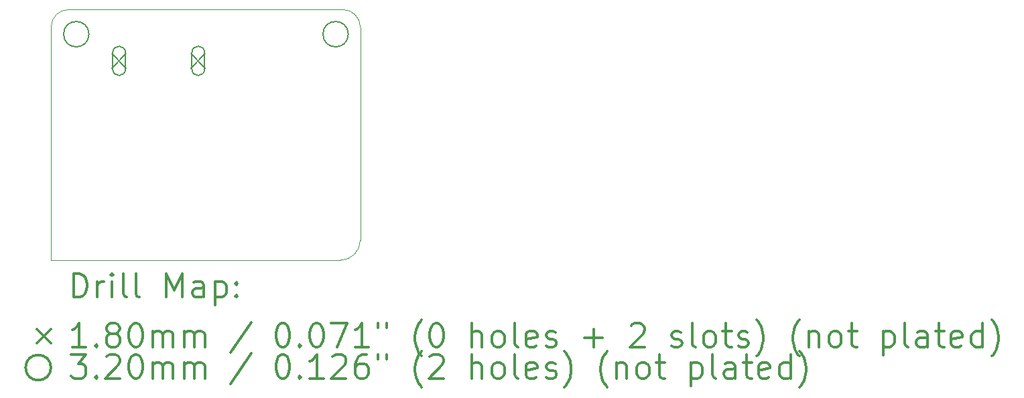
<source format=gbr>
%FSLAX45Y45*%
G04 Gerber Fmt 4.5, Leading zero omitted, Abs format (unit mm)*
G04 Created by KiCad (PCBNEW (5.1.9)-1) date 2021-02-23 11:03:43*
%MOMM*%
%LPD*%
G01*
G04 APERTURE LIST*
%TA.AperFunction,Profile*%
%ADD10C,0.050000*%
%TD*%
%ADD11C,0.200000*%
%ADD12C,0.300000*%
G04 APERTURE END LIST*
D10*
X7145000Y-6278000D02*
G75*
G02*
X6891000Y-6532000I-254000J0D01*
G01*
X7145000Y-3581400D02*
X7145000Y-6278000D01*
X3238500Y-3581400D02*
G75*
G02*
X3462000Y-3357900I223500J0D01*
G01*
X6921500Y-3357900D02*
G75*
G02*
X7145000Y-3581400I0J-223500D01*
G01*
X3462000Y-3357900D02*
X6921500Y-3357900D01*
X3238500Y-3581400D02*
X3238500Y-6532000D01*
X3238500Y-6532000D02*
X6891000Y-6532000D01*
D11*
X4007400Y-3918200D02*
X4187400Y-4098200D01*
X4187400Y-3918200D02*
X4007400Y-4098200D01*
X4177400Y-4113200D02*
X4177400Y-3903200D01*
X4017400Y-4113200D02*
X4017400Y-3903200D01*
X4177400Y-3903200D02*
G75*
G03*
X4017400Y-3903200I-80000J0D01*
G01*
X4017400Y-4113200D02*
G75*
G03*
X4177400Y-4113200I80000J0D01*
G01*
X5007400Y-3918200D02*
X5187400Y-4098200D01*
X5187400Y-3918200D02*
X5007400Y-4098200D01*
X5177400Y-4113200D02*
X5177400Y-3903200D01*
X5017400Y-4113200D02*
X5017400Y-3903200D01*
X5177400Y-3903200D02*
G75*
G03*
X5017400Y-3903200I-80000J0D01*
G01*
X5017400Y-4113200D02*
G75*
G03*
X5177400Y-4113200I80000J0D01*
G01*
X3716000Y-3670300D02*
G75*
G03*
X3716000Y-3670300I-160000J0D01*
G01*
X6992600Y-3670300D02*
G75*
G03*
X6992600Y-3670300I-160000J0D01*
G01*
D12*
X3522428Y-7000214D02*
X3522428Y-6700214D01*
X3593857Y-6700214D01*
X3636714Y-6714500D01*
X3665286Y-6743071D01*
X3679571Y-6771643D01*
X3693857Y-6828786D01*
X3693857Y-6871643D01*
X3679571Y-6928786D01*
X3665286Y-6957357D01*
X3636714Y-6985929D01*
X3593857Y-7000214D01*
X3522428Y-7000214D01*
X3822428Y-7000214D02*
X3822428Y-6800214D01*
X3822428Y-6857357D02*
X3836714Y-6828786D01*
X3851000Y-6814500D01*
X3879571Y-6800214D01*
X3908143Y-6800214D01*
X4008143Y-7000214D02*
X4008143Y-6800214D01*
X4008143Y-6700214D02*
X3993857Y-6714500D01*
X4008143Y-6728786D01*
X4022428Y-6714500D01*
X4008143Y-6700214D01*
X4008143Y-6728786D01*
X4193857Y-7000214D02*
X4165286Y-6985929D01*
X4151000Y-6957357D01*
X4151000Y-6700214D01*
X4351000Y-7000214D02*
X4322428Y-6985929D01*
X4308143Y-6957357D01*
X4308143Y-6700214D01*
X4693857Y-7000214D02*
X4693857Y-6700214D01*
X4793857Y-6914500D01*
X4893857Y-6700214D01*
X4893857Y-7000214D01*
X5165286Y-7000214D02*
X5165286Y-6843071D01*
X5151000Y-6814500D01*
X5122428Y-6800214D01*
X5065286Y-6800214D01*
X5036714Y-6814500D01*
X5165286Y-6985929D02*
X5136714Y-7000214D01*
X5065286Y-7000214D01*
X5036714Y-6985929D01*
X5022428Y-6957357D01*
X5022428Y-6928786D01*
X5036714Y-6900214D01*
X5065286Y-6885929D01*
X5136714Y-6885929D01*
X5165286Y-6871643D01*
X5308143Y-6800214D02*
X5308143Y-7100214D01*
X5308143Y-6814500D02*
X5336714Y-6800214D01*
X5393857Y-6800214D01*
X5422428Y-6814500D01*
X5436714Y-6828786D01*
X5451000Y-6857357D01*
X5451000Y-6943071D01*
X5436714Y-6971643D01*
X5422428Y-6985929D01*
X5393857Y-7000214D01*
X5336714Y-7000214D01*
X5308143Y-6985929D01*
X5579571Y-6971643D02*
X5593857Y-6985929D01*
X5579571Y-7000214D01*
X5565286Y-6985929D01*
X5579571Y-6971643D01*
X5579571Y-7000214D01*
X5579571Y-6814500D02*
X5593857Y-6828786D01*
X5579571Y-6843071D01*
X5565286Y-6828786D01*
X5579571Y-6814500D01*
X5579571Y-6843071D01*
X3056000Y-7404500D02*
X3236000Y-7584500D01*
X3236000Y-7404500D02*
X3056000Y-7584500D01*
X3679571Y-7630214D02*
X3508143Y-7630214D01*
X3593857Y-7630214D02*
X3593857Y-7330214D01*
X3565286Y-7373071D01*
X3536714Y-7401643D01*
X3508143Y-7415929D01*
X3808143Y-7601643D02*
X3822428Y-7615929D01*
X3808143Y-7630214D01*
X3793857Y-7615929D01*
X3808143Y-7601643D01*
X3808143Y-7630214D01*
X3993857Y-7458786D02*
X3965286Y-7444500D01*
X3951000Y-7430214D01*
X3936714Y-7401643D01*
X3936714Y-7387357D01*
X3951000Y-7358786D01*
X3965286Y-7344500D01*
X3993857Y-7330214D01*
X4051000Y-7330214D01*
X4079571Y-7344500D01*
X4093857Y-7358786D01*
X4108143Y-7387357D01*
X4108143Y-7401643D01*
X4093857Y-7430214D01*
X4079571Y-7444500D01*
X4051000Y-7458786D01*
X3993857Y-7458786D01*
X3965286Y-7473071D01*
X3951000Y-7487357D01*
X3936714Y-7515929D01*
X3936714Y-7573071D01*
X3951000Y-7601643D01*
X3965286Y-7615929D01*
X3993857Y-7630214D01*
X4051000Y-7630214D01*
X4079571Y-7615929D01*
X4093857Y-7601643D01*
X4108143Y-7573071D01*
X4108143Y-7515929D01*
X4093857Y-7487357D01*
X4079571Y-7473071D01*
X4051000Y-7458786D01*
X4293857Y-7330214D02*
X4322428Y-7330214D01*
X4351000Y-7344500D01*
X4365286Y-7358786D01*
X4379571Y-7387357D01*
X4393857Y-7444500D01*
X4393857Y-7515929D01*
X4379571Y-7573071D01*
X4365286Y-7601643D01*
X4351000Y-7615929D01*
X4322428Y-7630214D01*
X4293857Y-7630214D01*
X4265286Y-7615929D01*
X4251000Y-7601643D01*
X4236714Y-7573071D01*
X4222428Y-7515929D01*
X4222428Y-7444500D01*
X4236714Y-7387357D01*
X4251000Y-7358786D01*
X4265286Y-7344500D01*
X4293857Y-7330214D01*
X4522428Y-7630214D02*
X4522428Y-7430214D01*
X4522428Y-7458786D02*
X4536714Y-7444500D01*
X4565286Y-7430214D01*
X4608143Y-7430214D01*
X4636714Y-7444500D01*
X4651000Y-7473071D01*
X4651000Y-7630214D01*
X4651000Y-7473071D02*
X4665286Y-7444500D01*
X4693857Y-7430214D01*
X4736714Y-7430214D01*
X4765286Y-7444500D01*
X4779571Y-7473071D01*
X4779571Y-7630214D01*
X4922428Y-7630214D02*
X4922428Y-7430214D01*
X4922428Y-7458786D02*
X4936714Y-7444500D01*
X4965286Y-7430214D01*
X5008143Y-7430214D01*
X5036714Y-7444500D01*
X5051000Y-7473071D01*
X5051000Y-7630214D01*
X5051000Y-7473071D02*
X5065286Y-7444500D01*
X5093857Y-7430214D01*
X5136714Y-7430214D01*
X5165286Y-7444500D01*
X5179571Y-7473071D01*
X5179571Y-7630214D01*
X5765286Y-7315929D02*
X5508143Y-7701643D01*
X6151000Y-7330214D02*
X6179571Y-7330214D01*
X6208143Y-7344500D01*
X6222428Y-7358786D01*
X6236714Y-7387357D01*
X6251000Y-7444500D01*
X6251000Y-7515929D01*
X6236714Y-7573071D01*
X6222428Y-7601643D01*
X6208143Y-7615929D01*
X6179571Y-7630214D01*
X6151000Y-7630214D01*
X6122428Y-7615929D01*
X6108143Y-7601643D01*
X6093857Y-7573071D01*
X6079571Y-7515929D01*
X6079571Y-7444500D01*
X6093857Y-7387357D01*
X6108143Y-7358786D01*
X6122428Y-7344500D01*
X6151000Y-7330214D01*
X6379571Y-7601643D02*
X6393857Y-7615929D01*
X6379571Y-7630214D01*
X6365286Y-7615929D01*
X6379571Y-7601643D01*
X6379571Y-7630214D01*
X6579571Y-7330214D02*
X6608143Y-7330214D01*
X6636714Y-7344500D01*
X6651000Y-7358786D01*
X6665286Y-7387357D01*
X6679571Y-7444500D01*
X6679571Y-7515929D01*
X6665286Y-7573071D01*
X6651000Y-7601643D01*
X6636714Y-7615929D01*
X6608143Y-7630214D01*
X6579571Y-7630214D01*
X6551000Y-7615929D01*
X6536714Y-7601643D01*
X6522428Y-7573071D01*
X6508143Y-7515929D01*
X6508143Y-7444500D01*
X6522428Y-7387357D01*
X6536714Y-7358786D01*
X6551000Y-7344500D01*
X6579571Y-7330214D01*
X6779571Y-7330214D02*
X6979571Y-7330214D01*
X6851000Y-7630214D01*
X7251000Y-7630214D02*
X7079571Y-7630214D01*
X7165286Y-7630214D02*
X7165286Y-7330214D01*
X7136714Y-7373071D01*
X7108143Y-7401643D01*
X7079571Y-7415929D01*
X7365286Y-7330214D02*
X7365286Y-7387357D01*
X7479571Y-7330214D02*
X7479571Y-7387357D01*
X7922428Y-7744500D02*
X7908143Y-7730214D01*
X7879571Y-7687357D01*
X7865286Y-7658786D01*
X7851000Y-7615929D01*
X7836714Y-7544500D01*
X7836714Y-7487357D01*
X7851000Y-7415929D01*
X7865286Y-7373071D01*
X7879571Y-7344500D01*
X7908143Y-7301643D01*
X7922428Y-7287357D01*
X8093857Y-7330214D02*
X8122428Y-7330214D01*
X8151000Y-7344500D01*
X8165286Y-7358786D01*
X8179571Y-7387357D01*
X8193857Y-7444500D01*
X8193857Y-7515929D01*
X8179571Y-7573071D01*
X8165286Y-7601643D01*
X8151000Y-7615929D01*
X8122428Y-7630214D01*
X8093857Y-7630214D01*
X8065286Y-7615929D01*
X8051000Y-7601643D01*
X8036714Y-7573071D01*
X8022428Y-7515929D01*
X8022428Y-7444500D01*
X8036714Y-7387357D01*
X8051000Y-7358786D01*
X8065286Y-7344500D01*
X8093857Y-7330214D01*
X8551000Y-7630214D02*
X8551000Y-7330214D01*
X8679571Y-7630214D02*
X8679571Y-7473071D01*
X8665286Y-7444500D01*
X8636714Y-7430214D01*
X8593857Y-7430214D01*
X8565286Y-7444500D01*
X8551000Y-7458786D01*
X8865286Y-7630214D02*
X8836714Y-7615929D01*
X8822428Y-7601643D01*
X8808143Y-7573071D01*
X8808143Y-7487357D01*
X8822428Y-7458786D01*
X8836714Y-7444500D01*
X8865286Y-7430214D01*
X8908143Y-7430214D01*
X8936714Y-7444500D01*
X8951000Y-7458786D01*
X8965286Y-7487357D01*
X8965286Y-7573071D01*
X8951000Y-7601643D01*
X8936714Y-7615929D01*
X8908143Y-7630214D01*
X8865286Y-7630214D01*
X9136714Y-7630214D02*
X9108143Y-7615929D01*
X9093857Y-7587357D01*
X9093857Y-7330214D01*
X9365286Y-7615929D02*
X9336714Y-7630214D01*
X9279571Y-7630214D01*
X9251000Y-7615929D01*
X9236714Y-7587357D01*
X9236714Y-7473071D01*
X9251000Y-7444500D01*
X9279571Y-7430214D01*
X9336714Y-7430214D01*
X9365286Y-7444500D01*
X9379571Y-7473071D01*
X9379571Y-7501643D01*
X9236714Y-7530214D01*
X9493857Y-7615929D02*
X9522428Y-7630214D01*
X9579571Y-7630214D01*
X9608143Y-7615929D01*
X9622428Y-7587357D01*
X9622428Y-7573071D01*
X9608143Y-7544500D01*
X9579571Y-7530214D01*
X9536714Y-7530214D01*
X9508143Y-7515929D01*
X9493857Y-7487357D01*
X9493857Y-7473071D01*
X9508143Y-7444500D01*
X9536714Y-7430214D01*
X9579571Y-7430214D01*
X9608143Y-7444500D01*
X9979571Y-7515929D02*
X10208143Y-7515929D01*
X10093857Y-7630214D02*
X10093857Y-7401643D01*
X10565286Y-7358786D02*
X10579571Y-7344500D01*
X10608143Y-7330214D01*
X10679571Y-7330214D01*
X10708143Y-7344500D01*
X10722428Y-7358786D01*
X10736714Y-7387357D01*
X10736714Y-7415929D01*
X10722428Y-7458786D01*
X10551000Y-7630214D01*
X10736714Y-7630214D01*
X11079571Y-7615929D02*
X11108143Y-7630214D01*
X11165286Y-7630214D01*
X11193857Y-7615929D01*
X11208143Y-7587357D01*
X11208143Y-7573071D01*
X11193857Y-7544500D01*
X11165286Y-7530214D01*
X11122428Y-7530214D01*
X11093857Y-7515929D01*
X11079571Y-7487357D01*
X11079571Y-7473071D01*
X11093857Y-7444500D01*
X11122428Y-7430214D01*
X11165286Y-7430214D01*
X11193857Y-7444500D01*
X11379571Y-7630214D02*
X11351000Y-7615929D01*
X11336714Y-7587357D01*
X11336714Y-7330214D01*
X11536714Y-7630214D02*
X11508143Y-7615929D01*
X11493857Y-7601643D01*
X11479571Y-7573071D01*
X11479571Y-7487357D01*
X11493857Y-7458786D01*
X11508143Y-7444500D01*
X11536714Y-7430214D01*
X11579571Y-7430214D01*
X11608143Y-7444500D01*
X11622428Y-7458786D01*
X11636714Y-7487357D01*
X11636714Y-7573071D01*
X11622428Y-7601643D01*
X11608143Y-7615929D01*
X11579571Y-7630214D01*
X11536714Y-7630214D01*
X11722428Y-7430214D02*
X11836714Y-7430214D01*
X11765286Y-7330214D02*
X11765286Y-7587357D01*
X11779571Y-7615929D01*
X11808143Y-7630214D01*
X11836714Y-7630214D01*
X11922428Y-7615929D02*
X11951000Y-7630214D01*
X12008143Y-7630214D01*
X12036714Y-7615929D01*
X12051000Y-7587357D01*
X12051000Y-7573071D01*
X12036714Y-7544500D01*
X12008143Y-7530214D01*
X11965286Y-7530214D01*
X11936714Y-7515929D01*
X11922428Y-7487357D01*
X11922428Y-7473071D01*
X11936714Y-7444500D01*
X11965286Y-7430214D01*
X12008143Y-7430214D01*
X12036714Y-7444500D01*
X12151000Y-7744500D02*
X12165286Y-7730214D01*
X12193857Y-7687357D01*
X12208143Y-7658786D01*
X12222428Y-7615929D01*
X12236714Y-7544500D01*
X12236714Y-7487357D01*
X12222428Y-7415929D01*
X12208143Y-7373071D01*
X12193857Y-7344500D01*
X12165286Y-7301643D01*
X12151000Y-7287357D01*
X12693857Y-7744500D02*
X12679571Y-7730214D01*
X12651000Y-7687357D01*
X12636714Y-7658786D01*
X12622428Y-7615929D01*
X12608143Y-7544500D01*
X12608143Y-7487357D01*
X12622428Y-7415929D01*
X12636714Y-7373071D01*
X12651000Y-7344500D01*
X12679571Y-7301643D01*
X12693857Y-7287357D01*
X12808143Y-7430214D02*
X12808143Y-7630214D01*
X12808143Y-7458786D02*
X12822428Y-7444500D01*
X12851000Y-7430214D01*
X12893857Y-7430214D01*
X12922428Y-7444500D01*
X12936714Y-7473071D01*
X12936714Y-7630214D01*
X13122428Y-7630214D02*
X13093857Y-7615929D01*
X13079571Y-7601643D01*
X13065286Y-7573071D01*
X13065286Y-7487357D01*
X13079571Y-7458786D01*
X13093857Y-7444500D01*
X13122428Y-7430214D01*
X13165286Y-7430214D01*
X13193857Y-7444500D01*
X13208143Y-7458786D01*
X13222428Y-7487357D01*
X13222428Y-7573071D01*
X13208143Y-7601643D01*
X13193857Y-7615929D01*
X13165286Y-7630214D01*
X13122428Y-7630214D01*
X13308143Y-7430214D02*
X13422428Y-7430214D01*
X13351000Y-7330214D02*
X13351000Y-7587357D01*
X13365286Y-7615929D01*
X13393857Y-7630214D01*
X13422428Y-7630214D01*
X13751000Y-7430214D02*
X13751000Y-7730214D01*
X13751000Y-7444500D02*
X13779571Y-7430214D01*
X13836714Y-7430214D01*
X13865286Y-7444500D01*
X13879571Y-7458786D01*
X13893857Y-7487357D01*
X13893857Y-7573071D01*
X13879571Y-7601643D01*
X13865286Y-7615929D01*
X13836714Y-7630214D01*
X13779571Y-7630214D01*
X13751000Y-7615929D01*
X14065286Y-7630214D02*
X14036714Y-7615929D01*
X14022428Y-7587357D01*
X14022428Y-7330214D01*
X14308143Y-7630214D02*
X14308143Y-7473071D01*
X14293857Y-7444500D01*
X14265286Y-7430214D01*
X14208143Y-7430214D01*
X14179571Y-7444500D01*
X14308143Y-7615929D02*
X14279571Y-7630214D01*
X14208143Y-7630214D01*
X14179571Y-7615929D01*
X14165286Y-7587357D01*
X14165286Y-7558786D01*
X14179571Y-7530214D01*
X14208143Y-7515929D01*
X14279571Y-7515929D01*
X14308143Y-7501643D01*
X14408143Y-7430214D02*
X14522428Y-7430214D01*
X14451000Y-7330214D02*
X14451000Y-7587357D01*
X14465286Y-7615929D01*
X14493857Y-7630214D01*
X14522428Y-7630214D01*
X14736714Y-7615929D02*
X14708143Y-7630214D01*
X14651000Y-7630214D01*
X14622428Y-7615929D01*
X14608143Y-7587357D01*
X14608143Y-7473071D01*
X14622428Y-7444500D01*
X14651000Y-7430214D01*
X14708143Y-7430214D01*
X14736714Y-7444500D01*
X14751000Y-7473071D01*
X14751000Y-7501643D01*
X14608143Y-7530214D01*
X15008143Y-7630214D02*
X15008143Y-7330214D01*
X15008143Y-7615929D02*
X14979571Y-7630214D01*
X14922428Y-7630214D01*
X14893857Y-7615929D01*
X14879571Y-7601643D01*
X14865286Y-7573071D01*
X14865286Y-7487357D01*
X14879571Y-7458786D01*
X14893857Y-7444500D01*
X14922428Y-7430214D01*
X14979571Y-7430214D01*
X15008143Y-7444500D01*
X15122428Y-7744500D02*
X15136714Y-7730214D01*
X15165286Y-7687357D01*
X15179571Y-7658786D01*
X15193857Y-7615929D01*
X15208143Y-7544500D01*
X15208143Y-7487357D01*
X15193857Y-7415929D01*
X15179571Y-7373071D01*
X15165286Y-7344500D01*
X15136714Y-7301643D01*
X15122428Y-7287357D01*
X3236000Y-7890500D02*
G75*
G03*
X3236000Y-7890500I-160000J0D01*
G01*
X3493857Y-7726214D02*
X3679571Y-7726214D01*
X3579571Y-7840500D01*
X3622428Y-7840500D01*
X3651000Y-7854786D01*
X3665286Y-7869071D01*
X3679571Y-7897643D01*
X3679571Y-7969071D01*
X3665286Y-7997643D01*
X3651000Y-8011929D01*
X3622428Y-8026214D01*
X3536714Y-8026214D01*
X3508143Y-8011929D01*
X3493857Y-7997643D01*
X3808143Y-7997643D02*
X3822428Y-8011929D01*
X3808143Y-8026214D01*
X3793857Y-8011929D01*
X3808143Y-7997643D01*
X3808143Y-8026214D01*
X3936714Y-7754786D02*
X3951000Y-7740500D01*
X3979571Y-7726214D01*
X4051000Y-7726214D01*
X4079571Y-7740500D01*
X4093857Y-7754786D01*
X4108143Y-7783357D01*
X4108143Y-7811929D01*
X4093857Y-7854786D01*
X3922428Y-8026214D01*
X4108143Y-8026214D01*
X4293857Y-7726214D02*
X4322428Y-7726214D01*
X4351000Y-7740500D01*
X4365286Y-7754786D01*
X4379571Y-7783357D01*
X4393857Y-7840500D01*
X4393857Y-7911929D01*
X4379571Y-7969071D01*
X4365286Y-7997643D01*
X4351000Y-8011929D01*
X4322428Y-8026214D01*
X4293857Y-8026214D01*
X4265286Y-8011929D01*
X4251000Y-7997643D01*
X4236714Y-7969071D01*
X4222428Y-7911929D01*
X4222428Y-7840500D01*
X4236714Y-7783357D01*
X4251000Y-7754786D01*
X4265286Y-7740500D01*
X4293857Y-7726214D01*
X4522428Y-8026214D02*
X4522428Y-7826214D01*
X4522428Y-7854786D02*
X4536714Y-7840500D01*
X4565286Y-7826214D01*
X4608143Y-7826214D01*
X4636714Y-7840500D01*
X4651000Y-7869071D01*
X4651000Y-8026214D01*
X4651000Y-7869071D02*
X4665286Y-7840500D01*
X4693857Y-7826214D01*
X4736714Y-7826214D01*
X4765286Y-7840500D01*
X4779571Y-7869071D01*
X4779571Y-8026214D01*
X4922428Y-8026214D02*
X4922428Y-7826214D01*
X4922428Y-7854786D02*
X4936714Y-7840500D01*
X4965286Y-7826214D01*
X5008143Y-7826214D01*
X5036714Y-7840500D01*
X5051000Y-7869071D01*
X5051000Y-8026214D01*
X5051000Y-7869071D02*
X5065286Y-7840500D01*
X5093857Y-7826214D01*
X5136714Y-7826214D01*
X5165286Y-7840500D01*
X5179571Y-7869071D01*
X5179571Y-8026214D01*
X5765286Y-7711929D02*
X5508143Y-8097643D01*
X6151000Y-7726214D02*
X6179571Y-7726214D01*
X6208143Y-7740500D01*
X6222428Y-7754786D01*
X6236714Y-7783357D01*
X6251000Y-7840500D01*
X6251000Y-7911929D01*
X6236714Y-7969071D01*
X6222428Y-7997643D01*
X6208143Y-8011929D01*
X6179571Y-8026214D01*
X6151000Y-8026214D01*
X6122428Y-8011929D01*
X6108143Y-7997643D01*
X6093857Y-7969071D01*
X6079571Y-7911929D01*
X6079571Y-7840500D01*
X6093857Y-7783357D01*
X6108143Y-7754786D01*
X6122428Y-7740500D01*
X6151000Y-7726214D01*
X6379571Y-7997643D02*
X6393857Y-8011929D01*
X6379571Y-8026214D01*
X6365286Y-8011929D01*
X6379571Y-7997643D01*
X6379571Y-8026214D01*
X6679571Y-8026214D02*
X6508143Y-8026214D01*
X6593857Y-8026214D02*
X6593857Y-7726214D01*
X6565286Y-7769071D01*
X6536714Y-7797643D01*
X6508143Y-7811929D01*
X6793857Y-7754786D02*
X6808143Y-7740500D01*
X6836714Y-7726214D01*
X6908143Y-7726214D01*
X6936714Y-7740500D01*
X6951000Y-7754786D01*
X6965286Y-7783357D01*
X6965286Y-7811929D01*
X6951000Y-7854786D01*
X6779571Y-8026214D01*
X6965286Y-8026214D01*
X7222428Y-7726214D02*
X7165286Y-7726214D01*
X7136714Y-7740500D01*
X7122428Y-7754786D01*
X7093857Y-7797643D01*
X7079571Y-7854786D01*
X7079571Y-7969071D01*
X7093857Y-7997643D01*
X7108143Y-8011929D01*
X7136714Y-8026214D01*
X7193857Y-8026214D01*
X7222428Y-8011929D01*
X7236714Y-7997643D01*
X7251000Y-7969071D01*
X7251000Y-7897643D01*
X7236714Y-7869071D01*
X7222428Y-7854786D01*
X7193857Y-7840500D01*
X7136714Y-7840500D01*
X7108143Y-7854786D01*
X7093857Y-7869071D01*
X7079571Y-7897643D01*
X7365286Y-7726214D02*
X7365286Y-7783357D01*
X7479571Y-7726214D02*
X7479571Y-7783357D01*
X7922428Y-8140500D02*
X7908143Y-8126214D01*
X7879571Y-8083357D01*
X7865286Y-8054786D01*
X7851000Y-8011929D01*
X7836714Y-7940500D01*
X7836714Y-7883357D01*
X7851000Y-7811929D01*
X7865286Y-7769071D01*
X7879571Y-7740500D01*
X7908143Y-7697643D01*
X7922428Y-7683357D01*
X8022428Y-7754786D02*
X8036714Y-7740500D01*
X8065286Y-7726214D01*
X8136714Y-7726214D01*
X8165286Y-7740500D01*
X8179571Y-7754786D01*
X8193857Y-7783357D01*
X8193857Y-7811929D01*
X8179571Y-7854786D01*
X8008143Y-8026214D01*
X8193857Y-8026214D01*
X8551000Y-8026214D02*
X8551000Y-7726214D01*
X8679571Y-8026214D02*
X8679571Y-7869071D01*
X8665286Y-7840500D01*
X8636714Y-7826214D01*
X8593857Y-7826214D01*
X8565286Y-7840500D01*
X8551000Y-7854786D01*
X8865286Y-8026214D02*
X8836714Y-8011929D01*
X8822428Y-7997643D01*
X8808143Y-7969071D01*
X8808143Y-7883357D01*
X8822428Y-7854786D01*
X8836714Y-7840500D01*
X8865286Y-7826214D01*
X8908143Y-7826214D01*
X8936714Y-7840500D01*
X8951000Y-7854786D01*
X8965286Y-7883357D01*
X8965286Y-7969071D01*
X8951000Y-7997643D01*
X8936714Y-8011929D01*
X8908143Y-8026214D01*
X8865286Y-8026214D01*
X9136714Y-8026214D02*
X9108143Y-8011929D01*
X9093857Y-7983357D01*
X9093857Y-7726214D01*
X9365286Y-8011929D02*
X9336714Y-8026214D01*
X9279571Y-8026214D01*
X9251000Y-8011929D01*
X9236714Y-7983357D01*
X9236714Y-7869071D01*
X9251000Y-7840500D01*
X9279571Y-7826214D01*
X9336714Y-7826214D01*
X9365286Y-7840500D01*
X9379571Y-7869071D01*
X9379571Y-7897643D01*
X9236714Y-7926214D01*
X9493857Y-8011929D02*
X9522428Y-8026214D01*
X9579571Y-8026214D01*
X9608143Y-8011929D01*
X9622428Y-7983357D01*
X9622428Y-7969071D01*
X9608143Y-7940500D01*
X9579571Y-7926214D01*
X9536714Y-7926214D01*
X9508143Y-7911929D01*
X9493857Y-7883357D01*
X9493857Y-7869071D01*
X9508143Y-7840500D01*
X9536714Y-7826214D01*
X9579571Y-7826214D01*
X9608143Y-7840500D01*
X9722428Y-8140500D02*
X9736714Y-8126214D01*
X9765286Y-8083357D01*
X9779571Y-8054786D01*
X9793857Y-8011929D01*
X9808143Y-7940500D01*
X9808143Y-7883357D01*
X9793857Y-7811929D01*
X9779571Y-7769071D01*
X9765286Y-7740500D01*
X9736714Y-7697643D01*
X9722428Y-7683357D01*
X10265286Y-8140500D02*
X10251000Y-8126214D01*
X10222428Y-8083357D01*
X10208143Y-8054786D01*
X10193857Y-8011929D01*
X10179571Y-7940500D01*
X10179571Y-7883357D01*
X10193857Y-7811929D01*
X10208143Y-7769071D01*
X10222428Y-7740500D01*
X10251000Y-7697643D01*
X10265286Y-7683357D01*
X10379571Y-7826214D02*
X10379571Y-8026214D01*
X10379571Y-7854786D02*
X10393857Y-7840500D01*
X10422428Y-7826214D01*
X10465286Y-7826214D01*
X10493857Y-7840500D01*
X10508143Y-7869071D01*
X10508143Y-8026214D01*
X10693857Y-8026214D02*
X10665286Y-8011929D01*
X10651000Y-7997643D01*
X10636714Y-7969071D01*
X10636714Y-7883357D01*
X10651000Y-7854786D01*
X10665286Y-7840500D01*
X10693857Y-7826214D01*
X10736714Y-7826214D01*
X10765286Y-7840500D01*
X10779571Y-7854786D01*
X10793857Y-7883357D01*
X10793857Y-7969071D01*
X10779571Y-7997643D01*
X10765286Y-8011929D01*
X10736714Y-8026214D01*
X10693857Y-8026214D01*
X10879571Y-7826214D02*
X10993857Y-7826214D01*
X10922428Y-7726214D02*
X10922428Y-7983357D01*
X10936714Y-8011929D01*
X10965286Y-8026214D01*
X10993857Y-8026214D01*
X11322428Y-7826214D02*
X11322428Y-8126214D01*
X11322428Y-7840500D02*
X11351000Y-7826214D01*
X11408143Y-7826214D01*
X11436714Y-7840500D01*
X11451000Y-7854786D01*
X11465286Y-7883357D01*
X11465286Y-7969071D01*
X11451000Y-7997643D01*
X11436714Y-8011929D01*
X11408143Y-8026214D01*
X11351000Y-8026214D01*
X11322428Y-8011929D01*
X11636714Y-8026214D02*
X11608143Y-8011929D01*
X11593857Y-7983357D01*
X11593857Y-7726214D01*
X11879571Y-8026214D02*
X11879571Y-7869071D01*
X11865286Y-7840500D01*
X11836714Y-7826214D01*
X11779571Y-7826214D01*
X11751000Y-7840500D01*
X11879571Y-8011929D02*
X11851000Y-8026214D01*
X11779571Y-8026214D01*
X11751000Y-8011929D01*
X11736714Y-7983357D01*
X11736714Y-7954786D01*
X11751000Y-7926214D01*
X11779571Y-7911929D01*
X11851000Y-7911929D01*
X11879571Y-7897643D01*
X11979571Y-7826214D02*
X12093857Y-7826214D01*
X12022428Y-7726214D02*
X12022428Y-7983357D01*
X12036714Y-8011929D01*
X12065286Y-8026214D01*
X12093857Y-8026214D01*
X12308143Y-8011929D02*
X12279571Y-8026214D01*
X12222428Y-8026214D01*
X12193857Y-8011929D01*
X12179571Y-7983357D01*
X12179571Y-7869071D01*
X12193857Y-7840500D01*
X12222428Y-7826214D01*
X12279571Y-7826214D01*
X12308143Y-7840500D01*
X12322428Y-7869071D01*
X12322428Y-7897643D01*
X12179571Y-7926214D01*
X12579571Y-8026214D02*
X12579571Y-7726214D01*
X12579571Y-8011929D02*
X12551000Y-8026214D01*
X12493857Y-8026214D01*
X12465286Y-8011929D01*
X12451000Y-7997643D01*
X12436714Y-7969071D01*
X12436714Y-7883357D01*
X12451000Y-7854786D01*
X12465286Y-7840500D01*
X12493857Y-7826214D01*
X12551000Y-7826214D01*
X12579571Y-7840500D01*
X12693857Y-8140500D02*
X12708143Y-8126214D01*
X12736714Y-8083357D01*
X12751000Y-8054786D01*
X12765286Y-8011929D01*
X12779571Y-7940500D01*
X12779571Y-7883357D01*
X12765286Y-7811929D01*
X12751000Y-7769071D01*
X12736714Y-7740500D01*
X12708143Y-7697643D01*
X12693857Y-7683357D01*
M02*

</source>
